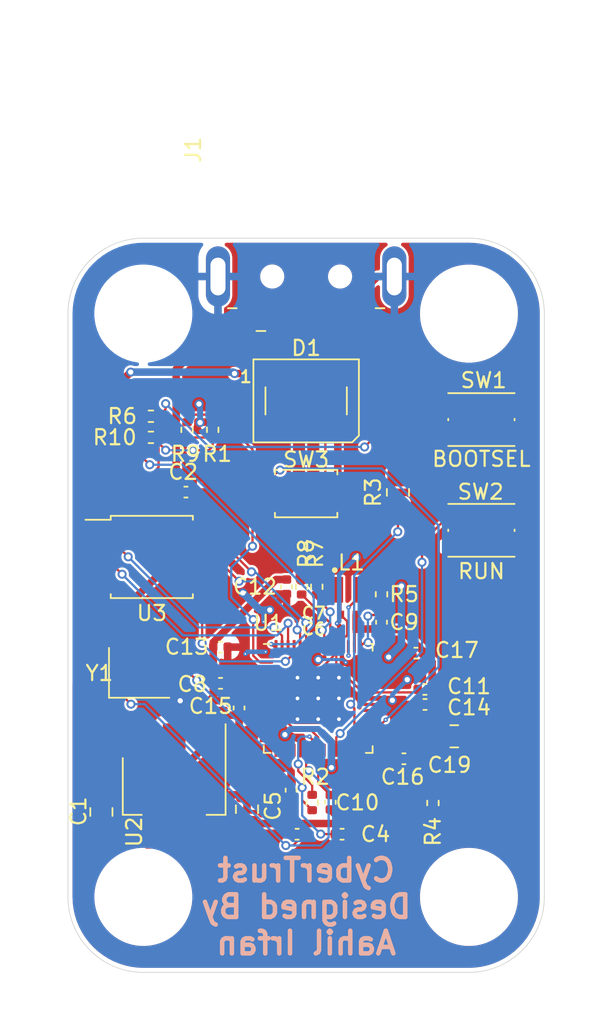
<source format=kicad_pcb>
(kicad_pcb (version 20241229) (generator "pcbnew") (generator_version "9.0")
  (title_block (title "CyberTrust") (date "2025-06-25") (rev "V1") (company "Cyber Link"))
  (layers (0 "F.Cu" signal) (2 "B.Cu" signal) (13 "F.Paste" user) (15 "B.Paste" user) (5 "F.SilkS" user "F.Silkscreen") (7 "B.SilkS" user "B.Silkscreen") (1 "F.Mask" user) (3 "B.Mask" user) (25 "Edge.Cuts" user))
  (net 0 "")
  (net 1 "GND")
  (net 2 "VBUS")
  (net 3 "/XIN")
  (net 4 "/XOUT")
  (net 5 "+3V3")
  (net 6 "+1V1")
  (net 8 "/~{USB_BOOT}")
  (net 9 "/GPIO15")
  (net 10 "/GPIO14")
  (net 11 "/GPIO13")
  (net 12 "/GPIO12")
  (net 13 "/GPIO11")
  (net 14 "/GPIO10")
  (net 15 "/GPIO9")
  (net 16 "/GPIO8")
  (net 17 "/GPIO7")
  (net 18 "/GPIO6")
  (net 19 "/GPIO5")
  (net 20 "/GPIO4")
  (net 21 "/GPIO3")
  (net 22 "/GPIO2")
  (net 23 "/GPIO1")
  (net 24 "/GPIO0")
  (net 25 "/GPIO29_ADC3")
  (net 26 "/GPIO28_ADC2")
  (net 27 "/GPIO27_ADC1")
  (net 28 "/GPIO26_ADC0")
  (net 29 "/GPIO25")
  (net 30 "/GPIO24")
  (net 31 "/GPIO23")
  (net 32 "/GPIO22")
  (net 33 "/GPIO21")
  (net 34 "/GPIO20")
  (net 35 "/GPIO19")
  (net 36 "/GPIO18")
  (net 37 "/GPIO17")
  (net 38 "/GPIO16")
  (net 39 "/RUN")
  (net 40 "/SWD")
  (net 41 "/SWCLK")
  (net 42 "/QSPI_SS")
  (net 43 "/QSPI_SD3")
  (net 44 "/QSPI_SCLK")
  (net 45 "/QSPI_SD0")
  (net 46 "/QSPI_SD2")
  (net 47 "/QSPI_SD1")
  (net 48 "/USB_D+")
  (net 49 "/USB_D-")
  (net 50 "Net-(C4-Pad1)")
  (net 51 "/VREG_LX")
  (net 52 "Net-(R4-Pad1)")
  (net 53 "/VREG_AVDD")
  (net 54 "Net-(U1-USB_DP)")
  (net 55 "Net-(U1-USB_DM)")
  (net 56 "/FLASH_SS")
  (net 62 "Net-(D1-DIN)")
  (footprint "Capacitor_SMD:C_0805_2012Metric" (layer "F.Cu") (at 95.275 107.34 -90)
    (property "Reference" "C5")
    (property "Value" "10u")
  )
  (footprint "Connector_USB:USB3_A_Plug_Wuerth_692112030100_Horizontal" (layer "F.Cu") (at 99.2 63.64 90)
    (property "Reference" "J1")
    (property "Value" "USB3_A")
  )
  (footprint "Capacitor_SMD:C_0402_1005Metric" (layer "F.Cu") (at 94.75 100.63 90)
    (property "Reference" "C15")
    (property "Value" "100n")
  )
  (footprint "Capacitor_SMD:C_0402_1005Metric" (layer "F.Cu") (at 91.225 86.325 180)
    (property "Reference" "C2")
    (property "Value" "100n")
  )
  (footprint "Resistor_SMD:R_0402_1005Metric" (layer "F.Cu") (at 93 82.2 -90)
    (property "Reference" "R1")
    (property "Value" "DNF")
  )
  (footprint "Package_TO_SOT_SMD:SOT-223-3_TabPin2" (layer "F.Cu") (at 90.445 105.805 -90)
    (property "Reference" "U2")
    (property "Value" "NCP1117-3.3_SOT223")
  )
  (footprint "Package_SO:SOIC-8_5.23x5.23mm_P1.27mm" (layer "F.Cu") (at 88.96 90.625)
    (property "Reference" "U3")
    (property "Value" "W25Q128JVS")
  )
  (footprint "Capacitor_SMD:C_0402_1005Metric" (layer "F.Cu") (at 97.9 92.6 90)
    (property "Reference" "C12")
    (property "Value" "100n")
  )
  (footprint "Capacitor_SMD:C_0402_1005Metric" (layer "F.Cu") (at 107.085 100.4)
    (property "Reference" "C14")
    (property "Value" "100n")
  )
  (footprint "Capacitor_SMD:C_0402_1005Metric" (layer "F.Cu") (at 105.685 104)
    (property "Reference" "C16")
    (property "Value" "100n")
  )
  (footprint "Resistor_SMD:R_0402_1005Metric" (layer "F.Cu") (at 99.905 92.6 -90)
    (property "Reference" "R7")
    (property "Value" "27")
  )
  (footprint "Capacitor_SMD:C_0805_2012Metric" (layer "F.Cu") (at 85.615 107.525 -90)
    (property "Reference" "C1")
    (property "Value" "10u")
  )
  (footprint "Capacitor_SMD:C_0402_1005Metric" (layer "F.Cu") (at 93.515 96.6 180)
    (property "Reference" "C13")
    (property "Value" "100n")
  )
  (footprint "MountingHole:MountingHole_2.7mm_M2.5" (layer "F.Cu") (at 88.4 113.155)
    (property "Reference" "H2" (hide yes))
    (property "Value" "MountingHole")
  )
  (footprint "Resistor_SMD:R_0402_1005Metric" (layer "F.Cu") (at 98.9 92.6 -90)
    (property "Reference" "R8")
    (property "Value" "27")
  )
  (footprint "MountingHole:MountingHole_2.7mm_M2.5" (layer "F.Cu") (at 110 113.155)
    (property "Reference" "H3" (hide yes))
    (property "Value" "MountingHole")
  )
  (footprint "Capacitor_SMD:C_0402_1005Metric" (layer "F.Cu") (at 106.485 97)
    (property "Reference" "C17")
    (property "Value" "100n")
  )
  (footprint "MountingHole:MountingHole_2.7mm_M2.5" (layer "F.Cu") (at 88.4 74.5)
    (property "Reference" "H1" (hide yes))
    (property "Value" "MountingHole")
  )
  (footprint "MountingHole:MountingHole_2.7mm_M2.5" (layer "F.Cu") (at 110 74.5)
    (property "Reference" "H4" (hide yes))
    (property "Value" "MountingHole")
  )
  (footprint "Capacitor_SMD:C_0805_2012Metric" (layer "F.Cu") (at 109.025 102.51)
    (property "Reference" "C19")
    (property "Value" "10u")
  )
  (footprint "RP2350_60QFN_minimal:C_0402_1005Metric_small_pads" (layer "F.Cu") (at 102 94.45)
    (property "Reference" "C7")
    (property "Value" "4.7u")
  )
  (footprint "RP2350_60QFN_minimal:L_pol_2016" (layer "F.Cu") (at 102 92.8)
    (property "Reference" "L1")
    (property "Value" "3.3u")
  )
  (footprint "Capacitor_SMD:C_0402_1005Metric" (layer "F.Cu") (at 104.2 94.95 -90)
    (property "Reference" "C9")
    (property "Value" "4.7u")
  )
  (footprint "Resistor_SMD:R_0402_1005Metric" (layer "F.Cu") (at 107.61 106.93 -90)
    (property "Reference" "R4")
    (property "Value" "1k")
  )
  (footprint "Button_Switch_SMD:SW_Push_1P1T_NO_Vertical_Wuerth_434133025816" (layer "F.Cu") (at 110.825 81.52)
    (property "Reference" "SW1")
    (property "Value" "SW_Push" (hide yes))
  )
  (footprint "Button_Switch_SMD:SW_Push_SPST_NO_Alps_SKRK" (layer "F.Cu") (at 99.2 86.425)
    (property "Reference" "SW3")
    (property "Value" "SW_Push")
  )
  (footprint "Resistor_SMD:R_0402_1005Metric" (layer "F.Cu") (at 104.2 93.1 -90)
    (property "Reference" "R5")
    (property "Value" "33")
  )
  (footprint "LED_SMD:LED_WS2812B_PLCC4_5.0x5.0mm_P3.2mm" (layer "F.Cu") (at 99.2 80.28)
    (property "Reference" "D1")
    (property "Value" "WS2812B")
  )
  (footprint "Resistor_SMD:R_0402_1005Metric" (layer "F.Cu") (at 91.3 82.2 -90)
    (property "Reference" "R9")
    (property "Value" "DNF")
  )
  (footprint "Crystal:Crystal_SMD_3225-4Pin_3.2x2.5mm" (layer "F.Cu") (at 88.12 98.305)
    (property "Reference" "Y1")
    (property "Value" "ABM8-272-T3")
  )
  (footprint "Resistor_SMD:R_0402_1005Metric" (layer "F.Cu") (at 99.6 106.9 -90)
    (property "Reference" "R2")
    (property "Value" "1k")
  )
  (footprint "Capacitor_SMD:C_0402_1005Metric" (layer "F.Cu") (at 100.8 106.88 -90)
    (property "Reference" "C10")
    (property "Value" "4.7u")
  )
  (footprint "Capacitor_SMD:C_0402_1005Metric" (layer "F.Cu") (at 98.6 109 180)
    (property "Reference" "C3" (hide yes))
    (property "Value" "15p")
  )
  (footprint "Resistor_SMD:R_0805_2012Metric_Pad1.20x1.40mm_HandSolder" (layer "F.Cu") (at 105.29 86.345 90)
    (property "Reference" "R3")
    (property "Value" "330Ω")
  )
  (footprint "RP2350_60QFN_minimal:RP2350-QFN-60-1EP_7x7_P0.4mm_EP3.4x3.4mm_ThermalVias" (layer "F.Cu") (at 100 100)
    (property "Reference" "U1")
    (property "Value" "RP2350_60QFN")
  )
  (footprint "Capacitor_SMD:C_0402_1005Metric" (layer "F.Cu") (at 93.52 99 180)
    (property "Reference" "C8")
    (property "Value" "100n")
  )
  (footprint "Resistor_SMD:R_0402_1005Metric" (layer "F.Cu") (at 88.9 82.7)
    (property "Reference" "R10")
    (property "Value" "0")
  )
  (footprint "Resistor_SMD:R_0402_1005Metric" (layer "F.Cu") (at 88.9 81.3)
    (property "Reference" "R6")
    (property "Value" "1k")
  )
  (footprint "Capacitor_SMD:C_0402_1005Metric" (layer "F.Cu") (at 98.2 106.08 -90)
    (property "Reference" "C18" (hide yes))
    (property "Value" "100n")
  )
  (footprint "RP2350_60QFN_minimal:C_0402_1005Metric_small_pads" (layer "F.Cu") (at 102 95.4)
    (property "Reference" "C6")
    (property "Value" "4.7u")
  )
  (footprint "Button_Switch_SMD:SW_Push_1P1T_NO_Vertical_Wuerth_434133025816" (layer "F.Cu") (at 110.825 88.86 180)
    (property "Reference" "SW2")
    (property "Value" "SW_Push" (hide yes))
  )
  (footprint "Capacitor_SMD:C_0402_1005Metric" (layer "F.Cu") (at 107.08 99.4)
    (property "Reference" "C11")
    (property "Value" "100n")
  )
  (footprint "Capacitor_SMD:C_0402_1005Metric" (layer "F.Cu") (at 101.58 109)
    (property "Reference" "C4")
    (property "Value" "15p")
  )
  (gr_line (start 110 118.155) (end 88.4 118.155) (stroke (width 0.05)) (layer "Edge.Cuts"))
  (gr_line (start 88.4 69.5) (end 110 69.5) (stroke (width 0.05)) (layer "Edge.Cuts"))
  (gr_line (start 83.4 113.155) (end 83.4 74.5) (stroke (width 0.05)) (layer "Edge.Cuts"))
  (gr_arc (start 110 69.5) (mid 113.535534 70.964466) (end 115 74.5) (stroke (width 0.05)) (layer "Edge.Cuts"))
  (gr_arc (start 88.4 118.155) (mid 84.864466 116.690534) (end 83.4 113.155) (stroke (width 0.05)) (layer "Edge.Cuts"))
  (gr_arc (start 115 113.155) (mid 113.535534 116.690534) (end 110 118.155) (stroke (width 0.05)) (layer "Edge.Cuts"))
  (gr_line (start 115 74.5) (end 115 113.155) (stroke (width 0.05)) (layer "Edge.Cuts"))
  (gr_arc (start 83.4 74.5) (mid 84.864466 70.964466) (end 88.4 69.5) (stroke (width 0.05)) (layer "Edge.Cuts"))
  (gr_text "BOOTSEL" (at 110.825 84.133096 0) (layer "F.SilkS") (effects (font (size 1 1))))
  (gr_text "RUN" (at 110.825 91.575 0) (layer "F.SilkS") (effects (font (size 1 1))))
  (gr_text "CyberTrust\nDesigned By\nAahil Irfan\n\n" (at 99.2 115.01 0) (layer "B.SilkS") (effects (font (size 1.5 1.5) (thickness 0.3) (bold yes)) (justify mirror)))
  (segment (start 88.818 99.155) (end 89.22 99.155) (width 0.5) (layer "F.Cu") (net 1))
  (segment (start 102.06 108.62) (end 102.06 109) (width 0.5) (layer "F.Cu") (net 1))
  (segment (start 98.2 107.5) (end 97.41 108.29) (width 0.5) (layer "F.Cu") (net 1))
  (segment (start 106.965 97) (end 106.965 96.88) (width 0.5) (layer "F.Cu") (net 1))
  (segment (start 109.975 102.51) (end 105.045 107.44) (width 0.5) (layer "F.Cu") (net 1))
  (segment (start 103.034999 107.44) (end 102.01 107.44) (width 0.5) (layer "F.Cu") (net 1))
  (segment (start 105.045 107.44) (end 103.034999 107.44) (width 0.5) (layer "F.Cu") (net 1))
  (segment (start 107.61 107.44) (end 102.01 107.44) (width 0.5) (layer "F.Cu") (net 1))
  (segment (start 107.56 99.4) (end 107.56 100.395) (width 0.5) (layer "F.Cu") (net 1))
  (segment (start 105.515 95.43) (end 104.2 95.43) (width 0.5) (layer "F.Cu") (net 1))
  (segment (start 90.4635 105.1885) (end 92.745 102.907) (width 0.5) (layer "F.Cu") (net 1))
  (segment (start 102.2 74.49) (end 102.2 77.463128) (width 0.5) (layer "F.Cu") (net 1))
  (segment (start 89.845 99.155) (end 90.845 100.155) (width 0.5) (layer "F.Cu") (net 1))
  (segment (start 104.17 95.4) (end 104.2 95.43) (width 0.5) (layer "F.Cu") (net 1))
  (segment (start 103.385 78.648128) (end 103.385 80.445) (width 0.5) (layer "F.Cu") (net 1))
  (segment (start 106.965 97) (end 107.56 97.595) (width 0.5) (layer "F.Cu") (net 1))
  (segment (start 88.119 98.456) (end 88.818 99.155) (width 0.5) (layer "F.Cu") (net 1))
  (segment (start 100.8 107.36) (end 101.445 108.005) (width 0.5) (layer "F.Cu") (net 1))
  (segment (start 102.4 96.5625) (end 102.4 95.515) (width 0.2) (layer "F.Cu") (net 1))
  (segment (start 93.04 99) (end 93.04 99.89) (width 0.5) (layer "F.Cu") (net 1))
  (segment (start 93.565 108.29) (end 90.4635 105.1885) (width 0.5) (layer "F.Cu") (net 1))
  (segment (start 87.02 94.19) (end 87.02 97.455) (width 0.5) (layer "F.Cu") (net 1))
  (segment (start 107.865 100.4) (end 109.975 102.51) (width 0.5) (layer "F.Cu") (net 1))
  (segment (start 95.275 108.29) (end 97.41 108.29) (width 0.5) (layer "F.Cu") (net 1))
  (segment (start 90.579 78.186) (end 93.35 75.415) (width 0.5) (layer "F.Cu") (net 1))
  (segment (start 97.41 108.29) (end 98.12 109) (width 0.5) (layer "F.Cu") (net 1))
  (segment (start 90.85 100.15) (end 90.845 100.155) (width 0.5) (layer "F.Cu") (net 1))
  (segment (start 106.965 96.88) (end 105.515 95.43) (width 0.5) (layer "F.Cu") (net 1))
  (segment (start 101.3 86.425) (end 101.3 82.28) (width 0.5) (layer "F.Cu") (net 1))
  (segment (start 87.545 97.455) (end 88.119 98.029) (width 0.5) (layer "F.Cu") (net 1))
  (segment (start 102.2 77.463128) (end 103.385 78.648128) (width 0.5) (layer "F.Cu") (net 1))
  (segment (start 101.3 82.28) (end 101.65 81.93) (width 0.5) (layer "F.Cu") (net 1))
  (segment (start 95.275 108.29) (end 93.565 108.29) (width 0.5) (layer "F.Cu") (net 1))
  (segment (start 93.035 98.995) (end 93.04 99) (width 0.5) (layer "F.Cu") (net 1))
  (segment (start 87.177 108.475) (end 90.4635 105.1885) (width 0.5) (layer "F.Cu") (net 1))
  (segment (start 85.615 108.475) (end 87.177 108.475) (width 0.5) (layer "F.Cu") (net 1))
  (segment (start 103.930564 72.04) (end 105.05 72.04) (width 0.5) (layer "F.Cu") (net 1))
  (segment (start 89.22 99.155) (end 89.845 99.155) (width 0.5) (layer "F.Cu") (net 1))
  (segment (start 92.71 100.15) (end 90.85 100.15) (width 0.5) (layer "F.Cu") (net 1))
  (segment (start 101.445 108.005) (end 102.06 108.62) (width 0.5) (layer "F.Cu") (net 1))
  (segment (start 94.75 100.15) (end 92.71 100.15) (width 0.5) (layer "F.Cu") (net 1))
  (segment (start 93.35 75.415) (end 93.35 72.04) (width 0.5) (layer "F.Cu") (net 1))
  (segment (start 88.119 98.029) (end 88.119 98.456) (width 0.5) (layer "F.Cu") (net 1))
  (segment (start 107.565 100.4) (end 107.865 100.4) (width 0.5) (layer "F.Cu") (net 1))
  (segment (start 90.745 86.325) (end 90.579 86.159) (width 0.5) (layer "F.Cu") (net 1))
  (segment (start 102.515 94.45) (end 102.515 95.4) (width 0.5) (layer "F.Cu") (net 1))
  (segment (start 102.4 95.515) (end 102.515 95.4) (width 0.2) (layer "F.Cu") (net 1))
  (segment (start 107.56 97.595) (end 107.56 99.4) (width 0.5) (layer "F.Cu") (net 1))
  (segment (start 97.205001 92.12) (end 93.035 96.290001) (width 0.5) (layer "F.Cu") (net 1))
  (segment (start 92.745 102.655) (end 92.745 100.185) (width 0.5) (layer "F.Cu") (net 1))
  (segment (start 106.165 104.309999) (end 103.034999 107.44) (width 0.5) (layer "F.Cu") (net 1))
  (segment (start 101.16 108.29) (end 97.41 108.29) (width 0.5) (layer "F.Cu") (net 1))
  (segment (start 101.445 108.005) (end 101.16 108.29) (width 0.5) (layer "F.Cu") (net 1))
  (segment (start 101.9 81.93) (end 103.385 80.445) (width 0.5) (layer "F.Cu") (net 1))
  (segment (start 102.2 74.49) (end 102.2 73.770564) (width 0.5) (layer "F.Cu") (net 1))
  (segment (start 107.56 100.395) (end 107.565 100.4) (width 0.5) (layer "F.Cu") (net 1))
  (segment (start 90.745 90.465) (end 87.02 94.19) (width 0.5) (layer "F.Cu") (net 1))
  (segment (start 106.165 104) (end 106.165 104.309999) (width 0.5) (layer "F.Cu") (net 1))
  (segment (start 87.02 97.455) (end 87.545 97.455) (width 0.5) (layer "F.Cu") (net 1))
  (segment (start 112.9 80.445) (end 108.75 80.445) (width 0.5) (layer "F.Cu") (net 1))
  (segment (start 92.745 102.907) (end 92.745 102.655) (width 0.5) (layer "F.Cu") (net 1))
  (segment (start 90.745 86.325) (end 90.745 90.465) (width 0.5) (layer "F.Cu") (net 1))
  (segment (start 93.035 96.6) (end 93.035 98.995) (width 0.5) (layer "F.Cu") (net 1))
  (segment (start 92.745 100.185) (end 92.71 100.15) (width 0.5) (layer "F.Cu") (net 1))
  (segment (start 85.36 92.53) (end 87.02 94.19) (width 0.5) (layer "F.Cu") (net 1))
  (segment (start 93.04 99.89) (end 92.745 100.185) (width 0.5) (layer "F.Cu") (net 1))
  (segment (start 103.385 80.445) (end 108.75 80.445) (width 0.5) (layer "F.Cu") (net 1))
  (segment (start 90.579 86.159) (end 90.579 78.186) (width 0.5) (layer "F.Cu") (net 1))
  (segment (start 102.2 73.770564) (end 103.930564 72.04) (width 0.5) (layer "F.Cu") (net 1))
  (segment (start 97.9 92.12) (end 97.205001 92.12) (width 0.5) (layer "F.Cu") (net 1))
  (segment (start 101.65 81.93) (end 101.9 81.93) (width 0.5) (layer "F.Cu") (net 1))
  (segment (start 98.2 106.56) (end 98.2 107.5) (width 0.5) (layer "F.Cu") (net 1))
  (segment (start 93.035 96.290001) (end 93.035 96.6) (width 0.5) (layer "F.Cu") (net 1))
  (segment (start 102.515 95.4) (end 104.17 95.4) (width 0.5) (layer "F.Cu") (net 1))
  (segment (start 102.01 107.44) (end 101.445 108.005) (width 0.5) (layer "F.Cu") (net 1))
  (via (at 90.845 100.155) (size 0.6) (drill 0.35) (layers "F.Cu" "B.Cu") (net 1))
  (segment (start 88.145 102.655) (end 84.159 98.669) (width 0.5) (layer "F.Cu") (net 2))
  (segment (start 96.59 78.47) (end 96.75 78.63) (width 0.5) (layer "F.Cu") (net 2))
  (segment (start 88.145 104.045) (end 85.615 106.575) (width 0.5) (layer "F.Cu") (net 2))
  (segment (start 84.159 98.669) (end 84.159 81.776) (width 0.5) (layer "F.Cu") (net 2))
  (segment (start 84.159 81.776) (end 87.56 78.375) (width 0.5) (layer "F.Cu") (net 2))
  (segment (start 96.2 78.08) (end 96.75 78.63) (width 0.5) (layer "F.Cu") (net 2))
  (segment (start 96.2 74.49) (end 96.2 78.08) (width 0.5) (layer "F.Cu") (net 2))
  (segment (start 94.445 78.47) (end 96.59 78.47) (width 0.5) (layer "F.Cu") (net 2))
  (segment (start 88.145 102.655) (end 88.145 104.045) (width 0.5) (layer "F.Cu") (net 2))
  (via (at 94.445 78.47) (size 0.6) (drill 0.35) (layers "F.Cu" "B.Cu") (net 2))
  (via (at 87.56 78.375) (size 0.6) (drill 0.35) (layers "F.Cu" "B.Cu") (net 2))
  (segment (start 87.56 78.375) (end 94.35 78.375) (width 0.5) (layer "B.Cu") (net 2))
  (segment (start 94.35 78.375) (end 94.445 78.47) (width 0.5) (layer "B.Cu") (net 2))
  (segment (start 87.02 99.82) (end 87.58 100.38) (width 0.15) (layer "F.Cu") (net 3))
  (segment (start 87.02 99.155) (end 87.02 99.82) (width 0.15) (layer "F.Cu") (net 3))
  (segment (start 99.2 104.6) (end 99.2 103.4375) (width 0.15) (layer "F.Cu") (net 3))
  (segment (start 97.851638 109.746026) (end 98.333974 109.746026) (width 0.15) (layer "F.Cu") (net 3))
  (segment (start 98.333974 109.746026) (end 99.08 109) (width 0.15) (layer "F.Cu") (net 3))
  (segment (start 99.375 104.775) (end 99.2 104.6) (width 0.15) (layer "F.Cu") (net 3))
  (via (at 97.851638 109.746026) (size 0.6) (drill 0.35) (layers "F.Cu" "B.Cu") (net 3))
  (via (at 87.58 100.38) (size 0.6) (drill 0.35) (layers "F.Cu" "B.Cu") (net 3))
  (via (at 99.375 104.775) (size 0.6) (drill 0.35) (layers "F.Cu" "B.Cu") (net 3))
  (segment (start 100.691 106.091) (end 99.375 104.775) (width 0.15) (layer "B.Cu") (net 3))
  (segment (start 100.152851 109.746026) (end 100.691 109.207877) (width 0.15) (layer "B.Cu") (net 3))
  (segment (start 97.851638 109.746026) (end 100.152851 109.746026) (width 0.15) (layer "B.Cu") (net 3))
  (segment (start 88.485612 100.38) (end 97.851638 109.746026) (width 0.15) (layer "B.Cu") (net 3))
  (segment (start 100.691 109.207877) (end 100.691 106.091) (width 0.15) (layer "B.Cu") (net 3))
  (segment (start 87.58 100.38) (end 88.485612 100.38) (width 0.15) (layer "B.Cu") (net 3))
  (segment (start 99.6 106.39) (end 99.6 105.743877) (width 0.15) (layer "F.Cu") (net 4))
  (segment (start 99.417334 102.527666) (end 99.6 102.710332) (width 0.15) (layer "F.Cu") (net 4))
  (segment (start 99.6 105.743877) (end 98.675 104.818877) (width 0.15) (layer "F.Cu") (net 4))
  (segment (start 98.675 104.818877) (end 98.675 104.345) (width 0.15) (layer "F.Cu") (net 4))
  (segment (start 99.6 102.710332) (end 99.6 103.4375) (width 0.15) (layer "F.Cu") (net 4))
  (via (at 98.675 104.345) (size 0.6) (drill 0.35) (layers "F.Cu" "B.Cu") (net 4))
  (via micro (at 99.417334 102.527666) (size 0.3) (drill 0.1) (layers "F.Cu" "B.Cu") (net 4))
  (segment (start 98.862334 102.527666) (end 98.675 102.715) (width 0.15) (layer "B.Cu") (net 4))
  (segment (start 98.675 102.715) (end 98.675 104.345) (width 0.15) (layer "B.Cu") (net 4))
  (segment (start 99.417334 102.527666) (end 98.862334 102.527666) (width 0.15) (layer "B.Cu") (net 4))
  (segment (start 96.5625 97.2) (end 96.5625 96.9625) (width 0.3) (layer "F.Cu") (net 5))
  (segment (start 105.905 98.755) (end 105.905 98.495) (width 0.5) (layer "F.Cu") (net 5))
  (segment (start 105.205 104) (end 104.62 104.585) (width 0.5) (layer "F.Cu") (net 5))
  (segment (start 103.4375 97.2) (end 104.61 97.2) (width 0.5) (layer "F.Cu") (net 5))
  (segment (start 101.485 95.4) (end 101.485 95.27) (width 0.3) (layer "F.Cu") (net 5))
  (segment (start 102.955 97.6) (end 102.944 97.611) (width 0.2) (layer "F.Cu") (net 5))
  (segment (start 104.2 92.345) (end 102.52 90.665) (width 0.5) (layer "F.Cu") (net 5))
  (segment (start 104.61 97.2) (end 104.67 97.26) (width 0.5) (layer "F.Cu") (net 5))
  (segment (start 100 96.5625) (end 100 97.42) (width 0.2) (layer "F.Cu") (net 5))
  (segment (start 105.485 92.59) (end 105.52 92.555) (width 0.5) (layer "F.Cu") (net 5))
  (segment (start 105.905 98.495) (end 104.67 97.26) (width 0.5) (layer "F.Cu") (net 5))
  (segment (start 100 97.42) (end 100.005 97.425) (width 0.2) (layer "F.Cu") (net 5))
  (segment (start 96.5625 96.9625) (end 96.51 96.91) (width 0.3) (layer "F.Cu") (net 5))
  (segment (start 96.375 94.92) (end 96.375 96.775) (width 0.3) (layer "F.Cu") (net 5))
  (segment (start 103.4375 97.6) (end 102.955 97.6) (width 0.2) (layer "F.Cu") (net 5))
  (segment (start 101.6 97.387811) (end 101.6 96.5625) (width 0.2) (layer "F.Cu") (net 5))
  (segment (start 101.823189 97.611) (end 101.6 97.387811) (width 0.2) (layer "F.Cu") (net 5))
  (segment (start 104.93 97) (end 104.67 97.26) (width 0.5) (layer "F.Cu") (net 5))
  (segment (start 97.9 93.08) (end 97.85 93.08) (width 0.5) (layer "F.Cu") (net 5))
  (segment (start 95.005 93.01) (end 94.05 93.01) (width 0.5) (layer "F.Cu") (net 5))
  (segment (start 94.05 93.01) (end 93.38 93.68) (width 0.5) (layer "F.Cu") (net 5))
  (segment (start 101.485 95.27) (end 101.245 95.03) (width 0.3) (layer "F.Cu") (net 5))
  (segment (start 104.2 92.59) (end 105.485 92.59) (width 0.5) (layer "F.Cu") (net 5))
  (segment (start 92.194 81.69) (end 92.165 81.719) (width 0.4) (layer "F.Cu") (net 5))
  (segment (start 102.944 97.611) (end 101.823189 97.611) (width 0.2) (layer "F.Cu") (net 5))
  (segment (start 104.2 92.59) (end 104.2 92.345) (width 0.5) (layer "F.Cu") (net 5))
  (segment (start 97.85 93.08) (end 96.79 94.14) (width 0.5) (layer "F.Cu") (net 5))
  (segment (start 104.62 104.585) (end 100.875 104.585) (width 0.5) (layer "F.Cu") (net 5))
  (segment (start 106.005 97) (end 104.93 97) (width 0.5) (layer "F.Cu") (net 5))
  (segment (start 93 81.69) (end 92.194 81.69) (width 0.4) (layer "F.Cu") (net 5))
  (segment (start 104.795 100) (end 104.92 100.125) (width 0.3) (layer "F.Cu") (net 5))
  (segment (start 96.375 96.775) (end 96.51 96.91) (width 0.3) (layer "F.Cu") (net 5))
  (segment (start 103.4375 100) (end 104.795 100) (width 0.3) (layer "F.Cu") (net 5))
  (via (at 100.005 97.425) (size 0.6) (drill 0.35) (layers "F.Cu" "B.Cu") (net 5))
  (via (at 92.09 80.49) (size 0.6) (drill 0.35) (layers "F.Cu" "B.Cu") (net 5))
  (via (at 92.165 81.719) (size 0.6) (drill 0.35) (layers "F.Cu" "B.Cu") (net 5))
  (via micro (at 95.165 97.05) (size 0.3) (drill 0.1) (layers "F.Cu" "B.Cu") (net 5))
  (via (at 102.52 90.665) (size 0.6) (drill 0.35) (layers "F.Cu" "B.Cu") (net 5))
  (via micro (at 96.51 96.91) (size 0.3) (drill 0.1) (layers "F.Cu" "B.Cu") (net 5))
  (via (at 96.79 94.14) (size 0.6) (drill 0.35) (layers "F.Cu" "B.Cu") (net 5))
  (via (at 97.79 102.4) (size 0.6) (drill 0.35) (layers "F.Cu" "B.Cu") (net 5))
  (via (at 100.875 104.585) (size 0.6) (drill 0.35) (layers "F.Cu" "B.Cu") (net 5))
  (via micro (at 101.245 95.03) (size 0.3) (drill 0.1) (layers "F.Cu" "B.Cu") (net 5))
  (via (at 105.52 92.555) (size 0.6) (drill 0.35) (layers "F.Cu" "B.Cu") (net 5))
  (via micro (at 96.375 94.92) (size 0.3) (drill 0.1) (layers "F.Cu" "B.Cu") (net 5))
  (via (at 104.67 97.26) (size 0.6) (drill 0.35) (layers "F.Cu" "B.Cu") (net 5))
  (via (at 95.005 93.01) (size 0.6) (drill 0.35) (layers "F.Cu" "B.Cu") (net 5))
  (via micro (at 101.823189 97.611) (size 0.3) (drill 0.1) (layers "F.Cu" "B.Cu") (net 5))
  (via (at 104.92 100.125) (size 0.6) (drill 0.35) (layers "F.Cu" "B.Cu") (net 5))
  (via (at 105.905 98.755) (size 0.6) (drill 0.35) (layers "F.Cu" "B.Cu") (net 5))
  (segment (start 104.92 99.74) (end 105.905 98.755) (width 0.3) (layer "B.Cu") (net 5))
  (segment (start 101.637189 97.425) (end 101.823189 97.611) (width 0.2) (layer "B.Cu") (net 5))
  (segment (start 100.875 104.585) (end 100.875 102.895) (width 0.5) (layer "B.Cu") (net 5))
  (segment (start 100.005 97.425) (end 101.637189 97.425) (width 0.2) (layer "B.Cu") (net 5))
  (segment (start 104.92 100.125) (end 104.92 99.74) (width 0.3) (layer "B.Cu") (net 5))
  (segment (start 100.006666 102.026666) (end 98.163334 102.026666) (width 0.4) (layer "B.Cu") (net 5))
  (segment (start 105.52 96.41) (end 104.67 97.26) (width 0.5) (layer "B.Cu") (net 5))
  (segment (start 96.135 94.14) (end 96.375 94.38) (width 0.3) (layer "B.Cu") (net 5))
  (segment (start 95.305 96.91) (end 95.165 97.05) (width 0.3) (layer "B.Cu") (net 5))
  (segment (start 98.163334 102.026666) (end 97.79 102.4) (width 0.4) (layer "B.Cu") (net 5))
  (segment (start 101.245 95.03) (end 101.392232 94.882768) (width 0.3) (layer "B.Cu") (net 5))
  (segment (start 101.392232 94.882768) (end 101.392232 91.792768) (width 0.3) (layer "B.Cu") (net 5))
  (segment (start 96.79 94.14) (end 96.135 94.14) (width 0.5) (layer "B.Cu") (net 5))
  (segment (start 92.165 81.719) (end 92.165 80.565) (width 0.4) (layer "B.Cu") (net 5))
  (segment (start 100.24 102.26) (end 100.006666 102.026666) (width 0.4) (layer "B.Cu") (net 5))
  (segment (start 92.165 80.565) (end 92.09 80.49) (width 0.4) (layer "B.Cu") (net 5))
  (segment (start 96.135 94.14) (end 95.005 93.01) (width 0.5) (layer "B.Cu") (net 5))
  (segment (start 96.51 96.91) (end 95.305 96.91) (width 0.3) (layer "B.Cu") (net 5))
  (segment (start 105.52 92.555) (end 105.52 96.41) (width 0.5) (layer "B.Cu") (net 5))
  (segment (start 100.875 102.895) (end 100.24 102.26) (width 0.5) (layer "B.Cu") (net 5))
  (segment (start 96.375 94.38) (end 96.375 94.92) (width 0.3) (layer "B.Cu") (net 5))
  (segment (start 101.392232 91.792768) (end 102.52 90.665) (width 0.3) (layer "B.Cu") (net 5))
  (segment (start 101.921 94.886) (end 101.921 95.812292) (width 0.15) (layer "F.Cu") (net 6))
  (segment (start 101.485 94.45) (end 101.921 94.886) (width 0.15) (layer "F.Cu") (net 6))
  (segment (start 100.126 98.074) (end 98.117708 98.074) (width 0.15) (layer "F.Cu") (net 6))
  (segment (start 101.485 94.45) (end 101.485 92.985) (width 0.15) (layer "F.Cu") (net 6))
  (segment (start 101.926 98.596) (end 101.926 98.291774) (width 0.15) (layer "F.Cu") (net 6))
  (segment (start 101.926 98.291774) (end 101.708226 98.074) (width 0.15) (layer "F.Cu") (net 6))
  (segment (start 100 102.58) (end 99.53 102.11) (width 0.15) (layer "F.Cu") (net 6))
  (segment (start 101.434292 95.899) (end 101.2 96.133292) (width 0.15) (layer "F.Cu") (net 6))
  (segment (start 100 105.6) (end 100 103.4375) (width 0.15) (layer "F.Cu") (net 6))
  (segment (start 99.53 102.11) (end 98.475774 102.11) (width 0.15) (layer "F.Cu") (net 6))
  (segment (start 94.2 99.2) (end 94 99) (width 0.15) (layer "F.Cu") (net 6))
  (segment (start 106.6 99.4) (end 106.4 99.6) (width 0.15) (layer "F.Cu") (net 6))
  (segment (start 101.834292 95.899) (end 101.434292 95.899) (width 0.15) (layer "F.Cu") (net 6))
  (segment (start 97.875 101.509226) (end 97.875 99.69) (width 0.15) (layer "F.Cu") (net 6))
  (segment (start 97.875 99.69) (end 97.385 99.2) (width 0.15) (layer "F.Cu") (net 6))
  (segment (start 101.404 98.074) (end 101.2 97.87) (width 0.15) (layer "F.Cu") (net 6))
  (segment (start 96.991708 99.2) (end 96.5625 99.2) (width 0.15) (layer "F.Cu") (net 6))
  (segment (start 101.2 96.133292) (end 101.2 96.5625) (width 0.15) (layer "F.Cu") (net 6))
  (segment (start 101.2 96.5625) (end 101.2 97) (width 0.15) (layer "F.Cu") (net 6))
  (segment (start 101.2 97.87) (end 101.2 96.5625) (width 0.15) (layer "F.Cu") (net 6))
  (segment (start 96.5625 99.2) (end 94.2 99.2) (width 0.15) (layer "F.Cu") (net 6))
  (segment (start 98.117708 98.074) (end 96.991708 99.2) (width 0.15) (layer "F.Cu") (net 6))
  (segment (start 100 103.4375) (end 100 102.58) (width 0.15) (layer "F.Cu") (net 6))
  (segment (start 97.385 99.2) (end 96.5625 99.2) (width 0.15) (layer "F.Cu") (net 6))
  (segment (start 98.475774 102.11) (end 97.875 101.509226) (width 0.15) (layer "F.Cu") (net 6))
  (segment (start 101.485 92.985) (end 101.3 92.8) (width 0.15) (layer "F.Cu") (net 6))
  (segment (start 106.4 99.6) (end 103.4375 99.6) (width 0.15) (layer "F.Cu") (net 6))
  (segment (start 101.708226 98.074) (end 101.404 98.074) (width 0.15) (layer "F.Cu") (net 6))
  (segment (start 103.4375 99.6) (end 102.93 99.6) (width 0.15) (layer "F.Cu") (net 6))
  (segment (start 100.8 106.4) (end 100 105.6) (width 0.15) (layer "F.Cu") (net 6))
  (segment (start 101.2 97) (end 100.126 98.074) (width 0.15) (layer "F.Cu") (net 6))
  (segment (start 101.921 95.812292) (end 101.834292 95.899) (width 0.15) (layer "F.Cu") (net 6))
  (segment (start 102.93 99.6) (end 101.926 98.596) (width 0.15) (layer "F.Cu") (net 6))
  (segment (start 108.75 82.595) (end 103.815 82.595) (width 0.15) (layer "F.Cu") (net 8))
  (segment (start 89.879 80.831) (end 89.41 81.3) (width 0.15) (layer "F.Cu") (net 8))
  (segment (start 89.879 80.465) (end 89.879 80.831) (width 0.15) (layer "F.Cu") (net 8))
  (segment (start 103.815 82.595) (end 103.075 83.335) (width 0.15) (layer "F.Cu") (net 8))
  (segment (start 112.875 82.595) (end 108.75 82.595) (width 0.15) (layer "F.Cu") (net 8))
  (via (at 89.879 80.465) (size 0.6) (drill 0.35) (layers "F.Cu" "B.Cu") (net 8))
  (via (at 103.075 83.335) (size 0.6) (drill 0.35) (layers "F.Cu" "B.Cu") (net 8))
  (segment (start 92.749 83.335) (end 89.879 80.465) (width 0.15) (layer "B.Cu") (net 8))
  (segment (start 103.075 83.335) (end 92.749 83.335) (width 0.15) (layer "B.Cu") (net 8))
  (segment (start 91.3 81.69) (end 91.796 81.194) (width 0.15) (layer "F.Cu") (net 24))
  (segment (start 95.69 97.165) (end 96.125 97.6) (width 0.15) (layer "F.Cu") (net 24))
  (segment (start 91.796 81.194) (end 93.338274 81.194) (width 0.15) (layer "F.Cu") (net 24))
  (segment (start 96.125 97.6) (end 96.5625 97.6) (width 0.15) (layer "F.Cu") (net 24))
  (segment (start 95.69 94.77) (end 95.69 97.165) (width 0.15) (layer "F.Cu") (net 24))
  (segment (start 95.64 83.495726) (end 95.64 89.91) (width 0.15) (layer "F.Cu") (net 24))
  (segment (start 93.338274 81.194) (end 95.64 83.495726) (width 0.15) (layer "F.Cu") (net 24))
  (via (at 95.64 89.91) (size 0.6) (drill 0.35) (layers "F.Cu" "B.Cu") (net 24))
  (via (at 95.69 94.77) (size 0.6) (drill 0.35) (layers "F.Cu" "B.Cu") (net 24))
  (segment (start 94.229 93.309) (end 95.69 94.77) (width 0.15) (layer "B.Cu") (net 24))
  (segment (start 95.64 89.91) (end 94.229 91.321) (width 0.15) (layer "B.Cu") (net 24))
  (segment (start 94.229 91.321) (end 94.229 93.309) (width 0.15) (layer "B.Cu") (net 24))
  (segment (start 103.895 102) (end 104.475 101.42) (width 0.15) (layer "F.Cu") (net 33))
  (segment (start 103.4375 102) (end 103.895 102) (width 0.15) (layer "F.Cu") (net 33))
  (segment (start 97.1 85.18) (end 97.1 86.425) (width 0.15) (layer "F.Cu") (net 33))
  (segment (start 97.415 84.865) (end 97.1 85.18) (width 0.15) (layer "F.Cu") (net 33))
  (segment (start 97.47 84.865) (end 97.415 84.865) (width 0.15) (layer "F.Cu") (net 33))
  (via (at 97.47 84.865) (size 0.6) (drill 0.35) (layers "F.Cu" "B.Cu") (net 33))
  (via micro (at 104.475 101.42) (size 0.3) (drill 0.1) (layers "F.Cu" "B.Cu") (net 33))
  (segment (start 97.575 84.76) (end 104.21 84.76) (width 0.15) (layer "B.Cu") (net 33))
  (segment (start 97.47 84.865) (end 97.575 84.76) (width 0.15) (layer "B.Cu") (net 33))
  (segment (start 107.98 88.53) (end 107.98 97.915) (width 0.15) (layer "B.Cu") (net 33))
  (segment (start 107.98 97.915) (end 104.475 101.42) (width 0.15) (layer "B.Cu") (net 33))
  (segment (start 104.21 84.76) (end 107.98 88.53) (width 0.15) (layer "B.Cu") (net 33))
  (segment (start 102.4 100.685) (end 102.4 103.4375) (width 0.15) (layer "F.Cu") (net 36))
  (segment (start 105.29 87.345) (end 105.29 88.94) (width 0.15) (layer "F.Cu") (net 36))
  (segment (start 102.385 100.67) (end 102.4 100.685) (width 0.15) (layer "F.Cu") (net 36))
  (segment (start 102.385 100.62) (end 102.385 100.67) (width 0.15) (layer "F.Cu") (net 36))
  (segment (start 102.15 100.385) (end 102.385 100.62) (width 0.15) (layer "F.Cu") (net 36))
  (segment (start 105.29 88.94) (end 105.275 88.955) (width 0.15) (layer "F.Cu") (net 36))
  (via (at 105.275 88.955) (size 0.6) (drill 0.35) (layers "F.Cu" "B.Cu") (net 36))
  (via (at 102.15 100.385) (size 0.6) (drill 0.35) (layers "F.Cu" "B.Cu") (net 36))
  (segment (start 102.15 100.385) (end 102.385 100.15) (width 0.15) (layer "B.Cu") (net 36))
  (segment (start 102.385 100.15) (end 102.385 91.845) (width 0.15) (layer "B.Cu") (net 36))
  (segment (start 102.385 91.845) (end 105.275 88.955) (width 0.15) (layer "B.Cu") (net 36))
  (segment (start 106.885 89.675) (end 106.885 90.975) (width 0.15) (layer "F.Cu") (net 39))
  (segment (start 108.775 87.785) (end 106.885 89.675) (width 0.15) (layer "F.Cu") (net 39))
  (segment (start 101.2 102.58) (end 101.2 103.4375) (width 0.15) (layer "F.Cu") (net 39))
  (segment (start 101.455 102.325) (end 101.2 102.58) (width 0.15) (layer "F.Cu") (net 39))
  (via (at 106.885 90.975) (size 0.6) (drill 0.35) (layers "F.Cu" "B.Cu") (net 39))
  (via (at 101.455 102.325) (size 0.6) (drill 0.35) (layers "F.Cu" "B.Cu") (net 39))
  (segment (start 106.885 90.975) (end 106.885 96.895) (width 0.15) (layer "B.Cu") (net 39))
  (segment (start 106.885 96.895) (end 101.455 102.325) (width 0.15) (layer "B.Cu") (net 39))
  (segment (start 88.39 84.08) (end 88.823768 84.513768) (width 0.15) (layer "F.Cu") (net 42))
  (segment (start 97.2 96.5625) (end 97.054945 96.5625) (width 0.15) (layer "F.Cu") (net 42))
  (segment (start 97.054945 96.5625) (end 96.896338 96.403893) (width 0.15) (layer "F.Cu") (net 42))
  (segment (start 88.39 81.3) (end 88.39 82.7) (width 0.15) (layer "F.Cu") (net 42))
  (segment (start 88.39 82.7) (end 88.39 84.08) (width 0.15) (layer "F.Cu") (net 42))
  (via micro (at 96.896338 96.403893) (size 0.3) (drill 0.1) (layers "F.Cu" "B.Cu") (net 42))
  (via (at 88.823768 84.513768) (size 0.6) (drill 0.35) (layers "F.Cu" "B.Cu") (net 42))
  (segment (start 98.484985 96.403893) (end 98.661939 96.226939) (width 0.15) (layer "B.Cu") (net 42))
  (segment (start 90.987645 84.513768) (end 99.701 93.227123) (width 0.15) (layer "B.Cu") (net 42))
  (segment (start 96.896338 96.403893) (end 98.484985 96.403893) (width 0.15) (layer "B.Cu") (net 42))
  (segment (start 88.823768 84.513768) (end 90.987645 84.513768) (width 0.15) (layer "B.Cu") (net 42))
  (segment (start 99.701 95.187877) (end 98.661939 96.226939) (width 0.15) (layer "B.Cu") (net 42))
  (segment (start 99.701 93.227123) (end 99.701 95.187877) (width 0.15) (layer "B.Cu") (net 42))
  (segment (start 99.175 94.97) (end 99.2 94.995) (width 0.15) (layer "F.Cu") (net 43))
  (segment (start 93.955 89.99) (end 95.575 91.61) (width 0.15) (layer "F.Cu") (net 43))
  (segment (start 92.56 89.99) (end 93.955 89.99) (width 0.15) (layer "F.Cu") (net 43))
  (segment (start 99.2 94.995) (end 99.2 96.5625) (width 0.15) (layer "F.Cu") (net 43))
  (via (at 95.575 91.61) (size 0.6) (drill 0.35) (layers "F.Cu" "B.Cu") (net 43))
  (via (at 99.175 94.97) (size 0.6) (drill 0.35) (layers "F.Cu" "B.Cu") (net 43))
  (segment (start 95.815 91.61) (end 99.175 94.97) (width 0.15) (layer "B.Cu") (net 43))
  (segment (start 95.575 91.61) (end 95.815 91.61) (width 0.15) (layer "B.Cu") (net 43))
  (segment (start 98.605321 95.457821) (end 98.8 95.6525) (width 0.15) (layer "F.Cu") (net 44))
  (segment (start 93.78 91.26) (end 94.755 92.235) (width 0.15) (layer "F.Cu") (net 44))
  (segment (start 98.8 95.6525) (end 98.8 96.5625) (width 0.15) (layer "F.Cu") (net 44))
  (segment (start 92.56 91.26) (end 93.78 91.26) (width 0.15) (layer "F.Cu") (net 44))
  (via (at 98.605321 95.457821) (size 0.6) (drill 0.35) (layers "F.Cu" "B.Cu") (net 44))
  (via (at 94.755 92.235) (size 0.6) (drill 0.35) (layers "F.Cu" "B.Cu") (net 44))
  (segment (start 94.755 92.235) (end 95.963877 92.235) (width 0.15) (layer "B.Cu") (net 44))
  (segment (start 98.605321 94.876444) (end 98.605321 95.457821) (width 0.15) (layer "B.Cu") (net 44))
  (segment (start 95.963877 92.235) (end 98.605321 94.876444) (width 0.15) (layer "B.Cu") (net 44))
  (segment (start 97.825 97.545) (end 97.855 97.545) (width 0.15) (layer "F.Cu") (net 45))
  (segment (start 98.4 97) (end 98.4 96.5625) (width 0.15) (layer "F.Cu") (net 45))
  (segment (start 97.855 97.545) (end 98.4 97) (width 0.15) (layer "F.Cu") (net 45))
  (segment (start 92.56 92.53) (end 92.3 92.79) (width 0.15) (layer "F.Cu") (net 45))
  (segment (start 92.3 92.79) (end 92.3 96.35) (width 0.15) (layer "F.Cu") (net 45))
  (segment (start 92.56 92.53) (end 92.885 92.53) (width 0.15) (layer "F.Cu") (net 45))
  (via (at 97.825 97.545) (size 0.6) (drill 0.35) (layers "F.Cu" "B.Cu") (net 45))
  (via (at 92.3 96.35) (size 0.6) (drill 0.35) (layers "F.Cu" "B.Cu") (net 45))
  (segment (start 92.3 96.35) (end 93.495 97.545) (width 0.15) (layer "B.Cu") (net 45))
  (segment (start 93.495 97.545) (end 97.825 97.545) (width 0.15) (layer "B.Cu") (net 45))
  (segment (start 85.36 91.26) (end 86.48 91.26) (width 0.15) (layer "F.Cu") (net 46))
  (segment (start 86.48 91.26) (end 86.99 91.77) (width 0.15) (layer "F.Cu") (net 46))
  (segment (start 98 95.015) (end 98 96.5625) (width 0.15) (layer "F.Cu") (net 46))
  (via (at 98 95.015) (size 0.6) (drill 0.35) (layers "F.Cu" "B.Cu") (net 46))
  (via (at 86.99 91.77) (size 0.6) (drill 0.35) (layers "F.Cu" "B.Cu") (net 46))
  (segment (start 97.272877 95.821) (end 91.041 95.821) (width 0.15) (layer "B.Cu") (net 46))
  (segment (start 98 95.093877) (end 97.272877 95.821) (width 0.15) (layer "B.Cu") (net 46))
  (segment (start 91.041 95.821) (end 86.99 91.77) (width 0.15) (layer "B.Cu") (net 46))
  (segment (start 98 95.015) (end 98 95.093877) (width 0.15) (layer "B.Cu") (net 46))
  (segment (start 97.6 95.84) (end 97.6 96.5625) (width 0.15) (layer "F.Cu") (net 47))
  (segment (start 86.77 89.99) (end 87.395 90.615) (width 0.15) (layer "F.Cu") (net 47))
  (segment (start 97.055 95.295) (end 97.6 95.84) (width 0.15) (layer "F.Cu") (net 47))
  (segment (start 85.36 89.99) (end 86.77 89.99) (width 0.15) (layer "F.Cu") (net 47))
  (via (at 97.055 95.295) (size 0.6) (drill 0.35) (layers "F.Cu" "B.Cu") (net 47))
  (via (at 87.395 90.615) (size 0.6) (drill 0.35) (layers "F.Cu" "B.Cu") (net 47))
  (segment (start 92.075 95.295) (end 97.055 95.295) (width 0.15) (layer "B.Cu") (net 47))
  (segment (start 87.395 90.615) (end 92.075 95.295) (width 0.15) (layer "B.Cu") (net 47))
  (segment (start 99.675 88.695) (end 99.85 88.87) (width 0.8) (layer "F.Cu") (net 48))
  (segment (start 99.675 76.365001) (end 99.675 88.695) (width 0.8) (layer "F.Cu") (net 48))
  (segment (start 100.2 74.49) (end 100.2 75.840001) (width 0.8) (layer "F.Cu") (net 48))
  (segment (start 99.85 88.87) (end 99.85 92.035) (width 0.8) (layer "F.Cu") (net 48))
  (segment (start 99.85 92.035) (end 99.905 92.09) (width 0.8) (layer "F.Cu") (net 48))
  (segment (start 100.2 75.840001) (end 99.675 76.365001) (width 0.8) (layer "F.Cu") (net 48))
  (segment (start 98.725 76.365001) (end 98.725 89.073813) (width 0.8) (layer "F.Cu") (net 49))
  (segment (start 98.2 75.840001) (end 98.725 76.365001) (width 0.8) (layer "F.Cu") (net 49))
  (segment (start 98.725 89.073813) (end 98.9 89.248813) (width 0.8) (layer "F.Cu") (net 49))
  (segment (start 98.2 74.49) (end 98.2 75.840001) (width 0.8) (layer "F.Cu") (net 49))
  (segment (start 98.9 89.248813) (end 98.9 92.09) (width 0.8) (layer "F.Cu") (net 49))
  (segment (start 89.22 97.455) (end 90.59 97.455) (width 0.15) (layer "F.Cu") (net 50))
  (segment (start 98.936293 105.912027) (end 98.936293 106.746293) (width 0.15) (layer "F.Cu") (net 50))
  (segment (start 98.936293 106.746293) (end 99.6 107.41) (width 0.15) (layer "F.Cu") (net 50))
  (segment (start 90.59 97.455) (end 91.94 98.805) (width 0.15) (layer "F.Cu") (net 50))
  (segment (start 101.09 108.99) (end 101.1 109) (width 0.15) (layer "F.Cu") (net 50))
  (segment (start 100.165 108.99) (end 101.09 108.99) (width 0.15) (layer "F.Cu") (net 50))
  (via (at 100.165 108.99) (size 0.6) (drill 0.35) (layers "F.Cu" "B.Cu") (net 50))
  (via (at 91.94 98.805) (size 0.6) (drill 0.35) (layers "F.Cu" "B.Cu") (net 50))
  (via (at 98.936293 105.912027) (size 0.6) (drill 0.35) (layers "F.Cu" "B.Cu") (net 50))
  (segment (start 98.936293 107.761293) (end 100.165 108.99) (width 0.15) (layer "B.Cu") (net 50))
  (segment (start 98.936293 105.912027) (end 98.936293 107.761293) (width 0.15) (layer "B.Cu") (net 50))
  (segment (start 98.936293 105.801293) (end 98.936293 105.912027) (width 0.15) (layer "B.Cu") (net 50))
  (segment (start 91.94 98.805) (end 98.936293 105.801293) (width 0.15) (layer "B.Cu") (net 50))
  (segment (start 102.7 92.8) (end 102.7 93.28) (width 0.15) (layer "F.Cu") (net 51))
  (segment (start 102.01 96.5725) (end 102 96.5625) (width 0.15) (layer "F.Cu") (net 51))
  (segment (start 102.01 97.161001) (end 102.01 96.5725) (width 0.15) (layer "F.Cu") (net 51))
  (segment (start 102.7 93.28) (end 102.01 93.97) (width 0.15) (layer "F.Cu") (net 51))
  (via micro (at 102.01 97.161001) (size 0.3) (drill 0.1) (layers "F.Cu" "B.Cu") (net 51))
  (via micro (at 102.01 93.97) (size 0.3) (drill 0.1) (layers "F.Cu" "B.Cu") (net 51))
  (segment (start 102.01 97.161001) (end 102.01 97.16) (width 0.15) (layer "B.Cu") (net 51))
  (segment (start 102.015 93.975) (end 102.01 93.97) (width 0.15) (layer "B.Cu") (net 51))
  (segment (start 102.015 97.155) (end 102.015 93.975) (width 0.15) (layer "B.Cu") (net 51))
  (segment (start 102.01 97.16) (end 102.015 97.155) (width 0.15) (layer "B.Cu") (net 51))
  (segment (start 107.61 106.42) (end 112.9 101.13) (width 0.15) (layer "F.Cu") (net 52))
  (segment (start 112.9 101.13) (end 112.9 89.935) (width 0.15) (layer "F.Cu") (net 52))
  (segment (start 104.2 93.61) (end 104.2 94.47) (width 0.15) (layer "F.Cu") (net 53))
  (segment (start 104.2 94.47) (end 103.37 94.47) (width 0.15) (layer "F.Cu") (net 53))
  (segment (start 103.0725 96.29) (end 102.8 96.5625) (width 0.15) (layer "F.Cu") (net 53))
  (segment (start 103.37 94.47) (end 103.295 94.545) (width 0.15) (layer "F.Cu") (net 53))
  (segment (start 103.315 96.29) (end 103.0725 96.29) (width 0.15) (layer "F.Cu") (net 53))
  (via (at 103.295 94.545) (size 0.6) (drill 0.35) (layers "F.Cu" "B.Cu") (net 53))
  (via (at 103.315 96.29) (size 0.6) (drill 0.35) (layers "F.Cu" "B.Cu") (net 53))
  (segment (start 103.295 96.27) (end 103.315 96.29) (width 0.15) (layer "B.Cu") (net 53))
  (segment (start 103.295 94.545) (end 103.295 96.27) (width 0.15) (layer "B.Cu") (net 53))
  (segment (start 99.905 93.372536) (end 100.791232 94.258768) (width 0.15) (layer "F.Cu") (net 54))
  (segment (start 99.905 93.11) (end 99.905 93.372536) (width 0.15) (layer "F.Cu") (net 54))
  (segment (start 100.275 95.48) (end 100.4 95.605) (width 0.15) (layer "F.Cu") (net 54))
  (segment (start 100.4 95.605) (end 100.4 96.5625) (width 0.15) (layer "F.Cu") (net 54))
  (via (at 100.791232 94.258768) (size 0.6) (drill 0.35) (layers "F.Cu" "B.Cu") (net 54))
  (via (at 100.275 95.48) (size 0.6) (drill 0.35) (layers "F.Cu" "B.Cu") (net 54))
  (segment (start 100.791232 94.258768) (end 100.791232 94.963768) (width 0.15) (layer "B.Cu") (net 54))
  (segment (start 100.791232 94.963768) (end 100.275 95.48) (width 0.15) (layer "B.Cu") (net 54))
  (segment (start 100.8 95.01) (end 100.8 96.5625) (width 0.15) (layer "F.Cu") (net 55))
  (segment (start 98.9 93.11) (end 100.8 95.01) (width 0.15) (layer "F.Cu") (net 55))
  (segment (start 91.695 83.555) (end 92.74 83.555) (width 0.15) (layer "F.Cu") (net 56))
  (segment (start 93 83.295) (end 93 82.71) (width 0.15) (layer "F.Cu") (net 56))
  (segment (start 89.41 83.076) (end 89.879 83.545) (width 0.15) (layer "F.Cu") (net 56))
  (segment (start 92.74 83.555) (end 93 83.295) (width 0.15) (layer "F.Cu") (net 56))
  (segment (start 89.41 82.7) (end 89.41 84.67) (width 0.15) (layer "F.Cu") (net 56))
  (segment (start 91.3 82.71) (end 93 82.71) (width 0.15) (layer "F.Cu") (net 56))
  (segment (start 89.41 84.67) (end 85.36 88.72) (width 0.15) (layer "F.Cu") (net 56))
  (segment (start 89.41 82.7) (end 89.41 83.076) (width 0.15) (layer "F.Cu") (net 56))
  (via (at 91.695 83.555) (size 0.6) (drill 0.35) (layers "F.Cu" "B.Cu") (net 56))
  (via (at 89.879 83.545) (size 0.6) (drill 0.35) (layers "F.Cu" "B.Cu") (net 56))
  (segment (start 89.879 83.545) (end 89.889 83.555) (width 0.15) (layer "B.Cu") (net 56))
  (segment (start 89.889 83.555) (end 91.695 83.555) (width 0.15) (layer "B.Cu") (net 56))
  (segment (start 105.29 85.345) (end 102.984 87.651) (width 0.15) (layer "F.Cu") (net 62))
  (segment (start 100.475 79.805) (end 101.65 78.63) (width 0.15) (layer "F.Cu") (net 62))
  (segment (start 100.475 87.207998) (end 100.475 79.805) (width 0.15) (layer "F.Cu") (net 62))
  (segment (start 102.984 87.651) (end 100.918002 87.651) (width 0.15) (layer "F.Cu") (net 62))
  (segment (start 100.918002 87.651) (end 100.475 87.207998) (width 0.15) (layer "F.Cu") (net 62))
  (zone (net 5) (net_name "+3V3") (layer "F.Cu") (name "GND") (connect_pads (clearance 0.14)) (min_thickness 0.25) (fill yes (thermal_gap 0.5) (thermal_bridge_width 0.5))
    (polygon (pts (xy 79.975 64.655) (xy 118.375 65.24) (xy 117.88 121.095) (xy 78.89 121.59)))
  )
  (zone (net 1) (net_name "GND") (layer "B.Cu") (name "GND") (connect_pads (clearance 0.14)) (min_thickness 0.25) (fill yes (thermal_gap 0.5) (thermal_bridge_width 0.5))
    (polygon (pts (xy 79.975 64.655) (xy 118.375 65.24) (xy 117.88 121.095) (xy 78.89 121.59)))
  )
)
</source>
